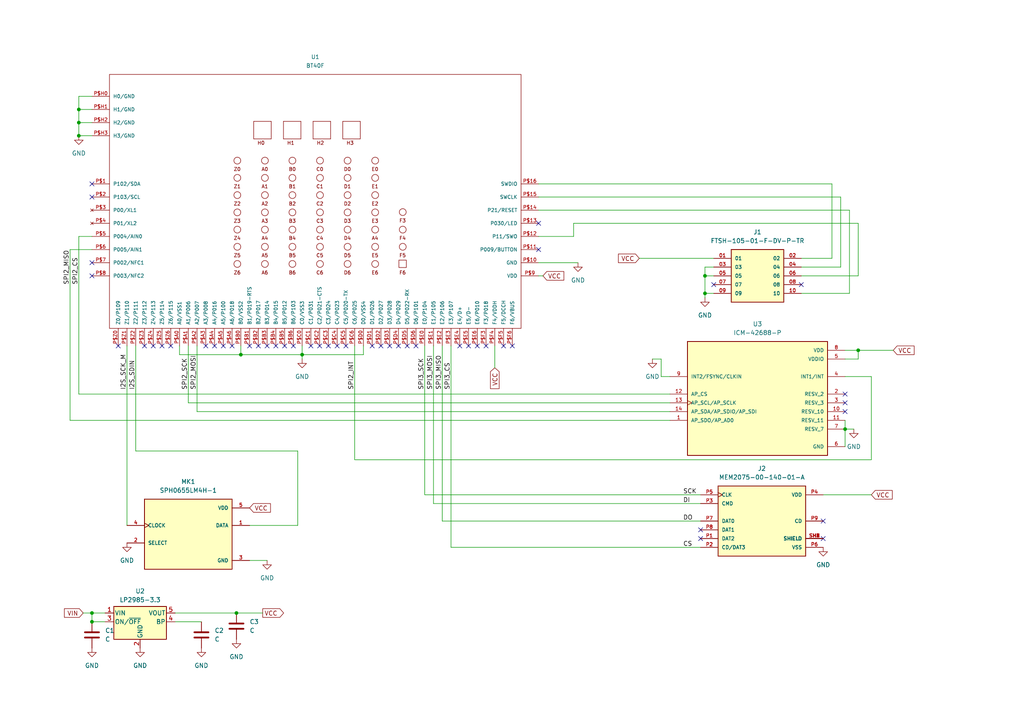
<source format=kicad_sch>
(kicad_sch (version 20230121) (generator eeschema)
  (paper "A4")
  (lib_symbols
    (symbol "Device:C" (pin_numbers hide) (pin_names (offset 0.254))
      (property "Reference" "C" (at 0.635 2.54 0))
      (property "Value" "C" (at 0.635 -2.54 0))
      (symbol "C_0_1"
        (polyline (pts (xy -2.032 -0.762) (xy 2.032 -0.762)) (stroke (width 0.508)))
        (polyline (pts (xy -2.032 0.762) (xy 2.032 0.762)) (stroke (width 0.508)))
      )
      (symbol "C_1_1"
        (pin passive line (at 0 3.81 270) (length 2.794) (name "~") (number "1"))
        (pin passive line (at 0 -3.81 90) (length 2.794) (name "~") (number "2"))
      )
    )
    (symbol "FTSH-105-01-F-DV-P-TR:FTSH-105-01-F-DV-P-TR" (pin_names (offset 1.016))
      (property "Reference" "J" (at -8.12 7.62 0))
      (property "Value" "FTSH-105-01-F-DV-P-TR" (at -7.62 -10.16 0))
      (symbol "FTSH-105-01-F-DV-P-TR_0_0"
        (rectangle (start -7.62 -7.62) (end 7.62 7.62) (stroke (width 0.254)) (fill (type background)))
        (pin passive line (at -12.7 5.08 0) (length 5.08) (name "01") (number "01"))
        (pin passive line (at 12.7 5.08 180) (length 5.08) (name "02") (number "02"))
        (pin passive line (at -12.7 2.54 0) (length 5.08) (name "03") (number "03"))
        (pin passive line (at 12.7 2.54 180) (length 5.08) (name "04") (number "04"))
        (pin passive line (at -12.7 0 0) (length 5.08) (name "05") (number "05"))
        (pin passive line (at 12.7 0 180) (length 5.08) (name "06") (number "06"))
        (pin passive line (at -12.7 -2.54 0) (length 5.08) (name "07") (number "07"))
        (pin passive line (at 12.7 -2.54 180) (length 5.08) (name "08") (number "08"))
        (pin passive line (at -12.7 -5.08 0) (length 5.08) (name "09") (number "09"))
        (pin passive line (at 12.7 -5.08 180) (length 5.08) (name "10") (number "10"))
      )
    )
    (symbol "Fanstel-modules:BT40F" (pin_names (offset 1.016))
      (property "Reference" "U" (at 0 48.26 0))
      (property "Value" "BT40F" (at 63.5 -27.94 0))
      (symbol "BT40F_0_1"
        (rectangle (start -57.15 46.99) (end 62.23 -26.67))
      )
      (symbol "BT40F_1_0"
        (polyline (pts (xy -15.3162 28.2956) (xy -15.3162 33.3756)))
        (polyline (pts (xy -15.3162 33.3756) (xy -10.2362 33.3756)))
        (polyline (pts (xy -10.2362 28.2956) (xy -15.3162 28.2956)))
        (polyline (pts (xy -10.2362 33.3756) (xy -10.2362 28.2956)))
        (polyline (pts (xy -6.6802 28.2956) (xy -6.6802 33.3756)))
        (polyline (pts (xy -6.6802 33.3756) (xy -1.6256 33.3756)))
        (polyline (pts (xy -1.6256 28.2956) (xy -6.6802 28.2956)))
        (polyline (pts (xy -1.6256 33.3756) (xy -1.6256 28.2956)))
        (polyline (pts (xy 1.905 28.2956) (xy 1.905 33.3756)))
        (polyline (pts (xy 1.905 33.3756) (xy 6.985 33.3756)))
        (polyline (pts (xy 6.985 28.2956) (xy 1.905 28.2956)))
        (polyline (pts (xy 6.985 33.3756) (xy 6.985 28.2956)))
        (polyline (pts (xy 10.5156 28.2956) (xy 10.5156 33.3756)))
        (polyline (pts (xy 10.5156 33.3756) (xy 15.5956 33.3756)))
        (polyline (pts (xy 15.5956 28.2956) (xy 10.5156 28.2956)))
        (polyline (pts (xy 15.5956 33.3756) (xy 15.5956 28.2956)))
        (text "A0" (at -12.0904 19.5072 0) (effects (font (size 1.016 1.016))))
        (text "A1" (at -12.0904 14.5034 0) (effects (font (size 1.016 1.016))))
        (text "A2" (at -12.0904 9.4996 0) (effects (font (size 1.016 1.016))))
        (text "A3" (at -12.0904 4.4958 0) (effects (font (size 1.016 1.016))))
        (text "A4" (at -12.0904 -0.4826 0) (effects (font (size 1.016 1.016))))
        (text "A4" (at 19.8628 -0.4826 0) (effects (font (size 1.016 1.016))))
        (text "A5" (at -12.0904 -5.4864 0) (effects (font (size 1.016 1.016))))
        (text "A6" (at -12.0904 -10.4902 0) (effects (font (size 1.016 1.016))))
        (text "B0" (at -4.1148 19.5072 0) (effects (font (size 1.016 1.016))))
        (text "B1" (at -4.1148 14.5034 0) (effects (font (size 1.016 1.016))))
        (text "B2" (at -4.1148 9.4996 0) (effects (font (size 1.016 1.016))))
        (text "B3" (at -4.1148 4.4958 0) (effects (font (size 1.016 1.016))))
        (text "B4" (at -4.1148 -0.4826 0) (effects (font (size 1.016 1.016))))
        (text "B5" (at -4.1148 -5.4864 0) (effects (font (size 1.016 1.016))))
        (text "B6" (at -4.1148 -10.4902 0) (effects (font (size 1.016 1.016))))
        (text "C0" (at 3.8608 19.5072 0) (effects (font (size 1.016 1.016))))
        (text "C1" (at 3.8608 14.5034 0) (effects (font (size 1.016 1.016))))
        (text "C2" (at 3.8608 9.4996 0) (effects (font (size 1.016 1.016))))
        (text "C3" (at 3.8608 4.4958 0) (effects (font (size 1.016 1.016))))
        (text "C4" (at 3.8608 -0.4826 0) (effects (font (size 1.016 1.016))))
        (text "C5" (at 3.8608 -5.4864 0) (effects (font (size 1.016 1.016))))
        (text "C6" (at 3.8608 -10.4902 0) (effects (font (size 1.016 1.016))))
        (text "D0" (at 11.8618 19.5072 0) (effects (font (size 1.016 1.016))))
        (text "D1" (at 11.8618 14.5034 0) (effects (font (size 1.016 1.016))))
        (text "D2" (at 11.8618 9.4996 0) (effects (font (size 1.016 1.016))))
        (text "D3" (at 11.8618 4.4958 0) (effects (font (size 1.016 1.016))))
        (text "D4" (at 11.8618 -0.4826 0) (effects (font (size 1.016 1.016))))
        (text "D5" (at 11.8618 -5.4864 0) (effects (font (size 1.016 1.016))))
        (text "D6" (at 11.8618 -10.4902 0) (effects (font (size 1.016 1.016))))
        (text "E0" (at 19.8628 19.5072 0) (effects (font (size 1.016 1.016))))
        (text "E1" (at 19.8628 14.5034 0) (effects (font (size 1.016 1.016))))
        (text "E2" (at 19.8628 9.4996 0) (effects (font (size 1.016 1.016))))
        (text "E3" (at 19.8628 4.4958 0) (effects (font (size 1.016 1.016))))
        (text "E5" (at 19.8628 -5.4864 0) (effects (font (size 1.016 1.016))))
        (text "E6" (at 19.8628 -10.4902 0) (effects (font (size 1.016 1.016))))
        (text "F4" (at 27.8638 -0.4826 0) (effects (font (size 1.016 1.016))))
        (text "F5" (at 27.8638 -5.4864 0) (effects (font (size 1.016 1.016))))
        (text "F6" (at 27.8638 -10.4902 0) (effects (font (size 1.016 1.016))))
        (text "H0" (at -13.1826 27.1272 0) (effects (font (size 1.016 1.016))))
        (text "H1" (at -4.572 27.1272 0) (effects (font (size 1.016 1.016))))
        (text "H2" (at 4.0386 27.1272 0) (effects (font (size 1.016 1.016))))
        (text "H3" (at 12.6492 27.1272 0) (effects (font (size 1.016 1.016))))
        (text "Z0" (at -20.0914 19.5072 0) (effects (font (size 1.016 1.016))))
        (text "Z1" (at -20.0914 14.5034 0) (effects (font (size 1.016 1.016))))
        (text "Z2" (at -20.0914 9.4996 0) (effects (font (size 1.016 1.016))))
        (text "Z3" (at -20.0914 4.4958 0) (effects (font (size 1.016 1.016))))
        (text "Z4" (at -20.0914 -0.4826 0) (effects (font (size 1.016 1.016))))
        (text "Z5" (at -20.0914 -5.4864 0) (effects (font (size 1.016 1.016))))
        (text "Z6" (at -20.0914 -10.4902 0) (effects (font (size 1.016 1.016))))
      )
      (symbol "BT40F_1_1"
        (circle (center -20.066 -7.9756) (radius 0.9906))
        (circle (center -20.066 -2.9972) (radius 0.9906))
        (circle (center -20.066 1.9812) (radius 0.9906))
        (circle (center -20.066 6.985) (radius 0.9906))
        (circle (center -20.066 11.9888) (radius 0.9906))
        (circle (center -20.066 16.9926) (radius 0.9906))
        (circle (center -20.066 21.9964) (radius 0.9906))
        (circle (center -12.065 -7.9756) (radius 0.9906))
        (circle (center -12.065 -2.9972) (radius 0.9906))
        (circle (center -12.065 1.9812) (radius 0.9906))
        (circle (center -12.065 6.985) (radius 0.9906))
        (circle (center -12.065 11.9888) (radius 0.9906))
        (circle (center -12.065 16.9926) (radius 0.9906))
        (circle (center -12.065 21.9964) (radius 0.9906))
        (circle (center -4.0894 -7.9756) (radius 0.9906))
        (circle (center -4.0894 -2.9972) (radius 0.9906))
        (circle (center -4.0894 1.9812) (radius 0.9906))
        (circle (center -4.0894 6.985) (radius 0.9906))
        (circle (center -4.0894 11.9888) (radius 0.9906))
        (circle (center -4.0894 16.9926) (radius 0.9906))
        (circle (center -4.0894 21.9964) (radius 0.9906))
        (circle (center 3.9116 -7.9756) (radius 0.9906))
        (circle (center 3.9116 -2.9972) (radius 0.9906))
        (circle (center 3.9116 1.9812) (radius 0.9906))
        (circle (center 3.9116 6.985) (radius 0.9906))
        (circle (center 3.9116 11.9888) (radius 0.9906))
        (circle (center 3.9116 16.9926) (radius 0.9906))
        (circle (center 3.9116 21.9964) (radius 0.9906))
        (circle (center 11.9126 -7.9756) (radius 0.9906))
        (circle (center 11.9126 -2.9972) (radius 0.9906))
        (circle (center 11.9126 1.9812) (radius 0.9906))
        (circle (center 11.9126 6.985) (radius 0.9906))
        (circle (center 11.9126 11.9888) (radius 0.9906))
        (circle (center 11.9126 16.9926) (radius 0.9906))
        (circle (center 11.9126 21.9964) (radius 0.9906))
        (circle (center 19.9136 -7.9756) (radius 0.9906))
        (circle (center 19.9136 -2.9972) (radius 0.9906))
        (circle (center 19.9136 1.9812) (radius 0.9906))
        (circle (center 19.9136 6.985) (radius 0.9906))
        (circle (center 19.9136 11.9888) (radius 0.9906))
        (circle (center 19.9136 16.9926) (radius 0.9906))
        (circle (center 19.9136 21.9964) (radius 0.9906))
        (rectangle (start 26.797 -6.858) (end 28.956 -9.017))
        (circle (center 27.9146 -2.9972) (radius 0.9906))
        (circle (center 27.9146 1.9812) (radius 0.9906))
        (circle (center 27.9146 7.0612) (radius 0.9906))
        (text "F3" (at 27.8638 4.5974 0) (effects (font (size 1.016 1.016))))
        (pin bidirectional line (at -62.23 15.24 0) (length 5.08) (name "P102/SDA") (number "P$1"))
        (pin bidirectional line (at 67.31 -7.62 180) (length 5.08) (name "GND") (number "P$10"))
        (pin bidirectional line (at 67.31 -3.81 180) (length 5.08) (name "P009/BUTTON") (number "P$11"))
        (pin bidirectional line (at 67.31 0 180) (length 5.08) (name "P11/SWO") (number "P$12"))
        (pin bidirectional line (at 67.31 3.81 180) (length 5.08) (name "P030/LED") (number "P$13"))
        (pin bidirectional line (at 67.31 7.62 180) (length 5.08) (name "P21/RESET") (number "P$14"))
        (pin bidirectional line (at 67.31 11.43 180) (length 5.08) (name "SWCLK") (number "P$15"))
        (pin bidirectional line (at 67.31 15.24 180) (length 5.08) (name "SWDIO") (number "P$16"))
        (pin bidirectional line (at -62.23 11.43 0) (length 5.08) (name "P103/SCL") (number "P$2"))
        (pin no_connect line (at -62.23 7.62 0) (length 5.08) (name "P00/XL1") (number "P$3"))
        (pin no_connect line (at -62.23 3.81 0) (length 5.08) (name "P01/XL2") (number "P$4"))
        (pin bidirectional line (at -62.23 0 0) (length 5.08) (name "P004/AIN0") (number "P$5"))
        (pin bidirectional line (at -62.23 -3.81 0) (length 5.08) (name "P005/AIN1") (number "P$6"))
        (pin bidirectional line (at -62.23 -7.62 0) (length 5.08) (name "P002/NFC1") (number "P$7"))
        (pin bidirectional line (at -62.23 -11.43 0) (length 5.08) (name "P003/NFC2") (number "P$8"))
        (pin bidirectional line (at 67.31 -11.43 180) (length 5.08) (name "VDD") (number "P$9"))
        (pin bidirectional line (at -36.83 -31.75 90) (length 5.08) (name "A0/VSS1") (number "P$A0"))
        (pin bidirectional line (at -34.29 -31.75 90) (length 5.08) (name "A1/P006") (number "P$A1"))
        (pin bidirectional line (at -31.75 -31.75 90) (length 5.08) (name "A2/P007") (number "P$A2"))
        (pin bidirectional line (at -29.21 -31.75 90) (length 5.08) (name "A3/P008") (number "P$A3"))
        (pin bidirectional line (at -26.67 -31.75 90) (length 5.08) (name "A4/P016") (number "P$A4"))
        (pin bidirectional line (at -24.13 -31.75 90) (length 5.08) (name "A5/P100") (number "P$A5"))
        (pin bidirectional line (at -21.59 -31.75 90) (length 5.08) (name "A6/P018") (number "P$A6"))
        (pin bidirectional line (at -19.05 -31.75 90) (length 5.08) (name "B0/VSS2") (number "P$B0"))
        (pin bidirectional line (at -16.51 -31.75 90) (length 5.08) (name "B1/P019-RTS") (number "P$B1"))
        (pin bidirectional line (at -13.97 -31.75 90) (length 5.08) (name "B2/P017") (number "P$B2"))
        (pin bidirectional line (at -11.43 -31.75 90) (length 5.08) (name "B3/P014") (number "P$B3"))
        (pin bidirectional line (at -8.89 -31.75 90) (length 5.08) (name "B4/P015") (number "P$B4"))
        (pin bidirectional line (at -6.35 -31.75 90) (length 5.08) (name "B5/P012") (number "P$B5"))
        (pin bidirectional line (at -3.81 -31.75 90) (length 5.08) (name "B6/P103") (number "P$B6"))
        (pin bidirectional line (at -1.27 -31.75 90) (length 5.08) (name "C0/VSS3") (number "P$C0"))
        (pin bidirectional line (at 1.27 -31.75 90) (length 5.08) (name "C1/P031") (number "P$C1"))
        (pin bidirectional line (at 3.81 -31.75 90) (length 5.08) (name "C2/P021-CTS") (number "P$C2"))
        (pin bidirectional line (at 6.35 -31.75 90) (length 5.08) (name "C3/P024") (number "P$C3"))
        (pin bidirectional line (at 8.89 -31.75 90) (length 5.08) (name "C4/P023") (number "P$C4"))
        (pin bidirectional line (at 11.43 -31.75 90) (length 5.08) (name "C5/P020-TX") (number "P$C5"))
        (pin bidirectional line (at 13.97 -31.75 90) (length 5.08) (name "C6/P025") (number "P$C6"))
        (pin bidirectional line (at 16.51 -31.75 90) (length 5.08) (name "D0/VSS4") (number "P$D0"))
        (pin bidirectional line (at 19.05 -31.75 90) (length 5.08) (name "D1/P026") (number "P$D1"))
        (pin bidirectional line (at 21.59 -31.75 90) (length 5.08) (name "D2/P027") (number "P$D2"))
        (pin bidirectional line (at 24.13 -31.75 90) (length 5.08) (name "D3/P028") (number "P$D3"))
        (pin bidirectional line (at 26.67 -31.75 90) (length 5.08) (name "D4/P029") (number "P$D4"))
        (pin bidirectional line (at 29.21 -31.75 90) (length 5.08) (name "D5/P022-RX") (number "P$D5"))
        (pin bidirectional line (at 31.75 -31.75 90) (length 5.08) (name "D6/P101") (number "P$D6"))
        (pin bidirectional line (at 34.29 -31.75 90) (length 5.08) (name "E0/P104") (number "P$E0"))
        (pin bidirectional line (at 36.83 -31.75 90) (length 5.08) (name "E1/P105") (number "P$E1"))
        (pin bidirectional line (at 39.37 -31.75 90) (length 5.08) (name "E2/P106") (number "P$E2"))
        (pin bidirectional line (at 41.91 -31.75 90) (length 5.08) (name "E3/P107") (number "P$E3"))
        (pin bidirectional line (at 44.45 -31.75 90) (length 5.08) (name "E4/D+") (number "P$E4"))
        (pin bidirectional line (at 46.99 -31.75 90) (length 5.08) (name "E5/D-") (number "P$E5"))
        (pin bidirectional line (at 49.53 -31.75 90) (length 5.08) (name "E6/P010") (number "P$E6"))
        (pin bidirectional line (at 52.07 -31.75 90) (length 5.08) (name "F3/P018") (number "P$F3"))
        (pin bidirectional line (at 54.61 -31.75 90) (length 5.08) (name "F4/VDDH") (number "P$F4"))
        (pin bidirectional line (at 57.15 -31.75 90) (length 5.08) (name "F5/DCCH") (number "P$F5"))
        (pin bidirectional line (at 59.69 -31.75 90) (length 5.08) (name "F6/VBUS") (number "P$F6"))
        (pin bidirectional line (at -62.23 40.64 0) (length 5.08) (name "H0/GND") (number "P$H0"))
        (pin bidirectional line (at -62.23 36.83 0) (length 5.08) (name "H1/GND") (number "P$H1"))
        (pin bidirectional line (at -62.23 33.02 0) (length 5.08) (name "H2/GND") (number "P$H2"))
        (pin bidirectional line (at -62.23 29.21 0) (length 5.08) (name "H3/GND") (number "P$H3"))
        (pin bidirectional line (at -54.61 -31.75 90) (length 5.08) (name "Z0/P109") (number "P$Z0"))
        (pin bidirectional line (at -52.07 -31.75 90) (length 5.08) (name "Z1/P110") (number "P$Z1"))
        (pin bidirectional line (at -49.53 -31.75 90) (length 5.08) (name "Z2/P111") (number "P$Z2"))
        (pin bidirectional line (at -46.99 -31.75 90) (length 5.08) (name "Z3/P112") (number "P$Z3"))
        (pin bidirectional line (at -44.45 -31.75 90) (length 5.08) (name "Z4/P113") (number "P$Z4"))
        (pin bidirectional line (at -41.91 -31.75 90) (length 5.08) (name "Z5/P114") (number "P$Z5"))
        (pin bidirectional line (at -39.37 -31.75 90) (length 5.08) (name "Z6/P115") (number "P$Z6"))
      )
    )
    (symbol "ICM-42688-P:ICM-42688-P" (pin_names (offset 1.016))
      (property "Reference" "U" (at -20.32 16.002 0))
      (property "Value" "ICM-42688-P" (at -20.32 -20.32 0))
      (symbol "ICM-42688-P_0_0"
        (rectangle (start -20.32 -17.78) (end 20.32 15.24) (stroke (width 0.254)) (fill (type background)))
        (pin bidirectional line (at -25.4 -7.62 0) (length 5.08) (name "AP_SDO/AP_AD0") (number "1"))
        (pin passive line (at 25.4 -5.08 180) (length 5.08) (name "RESV_10") (number "10"))
        (pin passive line (at 25.4 -7.62 180) (length 5.08) (name "RESV_11") (number "11"))
        (pin input line (at -25.4 0 0) (length 5.08) (name "AP_CS") (number "12"))
        (pin input clock (at -25.4 -2.54 0) (length 5.08) (name "AP_SCL/AP_SCLK") (number "13"))
        (pin bidirectional line (at -25.4 -5.08 0) (length 5.08) (name "AP_SDA/AP_SDIO/AP_SDI") (number "14"))
        (pin passive line (at 25.4 0 180) (length 5.08) (name "RESV_2") (number "2"))
        (pin passive line (at 25.4 -2.54 180) (length 5.08) (name "RESV_3") (number "3"))
        (pin output line (at 25.4 5.08 180) (length 5.08) (name "INT1/INT") (number "4"))
        (pin power_in line (at 25.4 10.16 180) (length 5.08) (name "VDDIO") (number "5"))
        (pin power_in line (at 25.4 -15.24 180) (length 5.08) (name "GND") (number "6"))
        (pin passive line (at 25.4 -10.16 180) (length 5.08) (name "RESV_7") (number "7"))
        (pin power_in line (at 25.4 12.7 180) (length 5.08) (name "VDD") (number "8"))
        (pin bidirectional line (at -25.4 5.08 0) (length 5.08) (name "INT2/FSYNC/CLKIN") (number "9"))
      )
    )
    (symbol "MEM2075-00-140-01-A:MEM2075-00-140-01-A" (pin_names (offset 1.016))
      (property "Reference" "J" (at -12.7 10.795 0))
      (property "Value" "MEM2075-00-140-01-A" (at -12.7 -12.7 0))
      (symbol "MEM2075-00-140-01-A_0_0"
        (rectangle (start -12.7 -10.16) (end 12.7 10.16) (stroke (width 0.254)) (fill (type background)))
        (pin bidirectional line (at -17.78 -5.08 0) (length 5.08) (name "DAT2") (number "P1"))
        (pin bidirectional line (at -17.78 -7.62 0) (length 5.08) (name "CD/DAT3") (number "P2"))
        (pin bidirectional line (at -17.78 5.08 0) (length 5.08) (name "CMD") (number "P3"))
        (pin power_in line (at 17.78 7.62 180) (length 5.08) (name "VDD") (number "P4"))
        (pin bidirectional clock (at -17.78 7.62 0) (length 5.08) (name "CLK") (number "P5"))
        (pin power_in line (at 17.78 -7.62 180) (length 5.08) (name "VSS") (number "P6"))
        (pin bidirectional line (at -17.78 0 0) (length 5.08) (name "DAT0") (number "P7"))
        (pin bidirectional line (at -17.78 -2.54 0) (length 5.08) (name "DAT1") (number "P8"))
        (pin passive line (at 17.78 0 180) (length 5.08) (name "CD") (number "P9"))
        (pin power_in line (at 17.78 -5.08 180) (length 5.08) (name "SHIELD") (number "SH1"))
        (pin power_in line (at 17.78 -5.08 180) (length 5.08) (name "SHIELD") (number "SH2"))
        (pin power_in line (at 17.78 -5.08 180) (length 5.08) (name "SHIELD") (number "SH3"))
        (pin power_in line (at 17.78 -5.08 180) (length 5.08) (name "SHIELD") (number "SH4"))
      )
    )
    (symbol "Regulator_Linear:LP2985-3.3" (pin_names (offset 0.254))
      (property "Reference" "U" (at -6.35 5.715 0))
      (property "Value" "LP2985-3.3" (at 0 5.715 0))
      (symbol "LP2985-3.3_0_1"
        (rectangle (start -7.62 -5.08) (end 7.62 4.445) (stroke (width 0.254)) (fill (type background)))
      )
      (symbol "LP2985-3.3_1_1"
        (pin power_in line (at -10.16 2.54 0) (length 2.54) (name "VIN") (number "1"))
        (pin power_in line (at 0 -7.62 90) (length 2.54) (name "GND") (number "2"))
        (pin input line (at -10.16 0 0) (length 2.54) (name "ON/~{OFF}") (number "3"))
        (pin input line (at 10.16 0 180) (length 2.54) (name "BP") (number "4"))
        (pin power_out line (at 10.16 2.54 180) (length 2.54) (name "VOUT") (number "5"))
      )
    )
    (symbol "SPH0655LM4H-1:SPH0655LM4H-1" (pin_names (offset 1.016))
      (property "Reference" "MK" (at -12.7 10.795 0))
      (property "Value" "SPH0655LM4H-1" (at -12.7 -12.7 0))
      (symbol "SPH0655LM4H-1_0_0"
        (rectangle (start -12.7 -10.16) (end 12.7 10.16) (stroke (width 0.254)) (fill (type background)))
        (pin output line (at 17.78 2.54 180) (length 5.08) (name "DATA") (number "1"))
        (pin input line (at -17.78 -2.54 0) (length 5.08) (name "SELECT") (number "2"))
        (pin power_in line (at 17.78 -7.62 180) (length 5.08) (name "GND") (number "3"))
        (pin input clock (at -17.78 2.54 0) (length 5.08) (name "CLOCK") (number "4"))
        (pin power_in line (at 17.78 7.62 180) (length 5.08) (name "VDD") (number "5"))
      )
    )
    (symbol "power:GND" (power) (pin_names (offset 0))
      (property "Value" "GND" (at 0 -3.81 0))
      (symbol "GND_0_1"
        (polyline (pts (xy 0 0) (xy 0 -1.27) (xy 1.27 -1.27) (xy 0 -2.54) (xy -1.27 -1.27) (xy 0 -1.27)))
      )
      (symbol "GND_1_1"
        (pin power_in line (at 0 0 270) (length 0) hide (name "GND") (number "1"))
      )
    )
  )
  (junction (at 26.67 177.8))
  (junction (at 22.86 39.37))
  (junction (at 26.67 180.34))
  (junction (at 69.85 102.87))
  (junction (at 87.63 102.87))
  (junction (at 204.47 80.01))
  (junction (at 248.92 101.6))
  (junction (at 245.11 124.46))
  (junction (at 22.86 35.56))
  (junction (at 204.47 85.09))
  (junction (at 68.58 177.8))
  (junction (at 22.86 31.75))
  (no_connect (at 133.35 100.33))
  (no_connect (at 26.67 53.34))
  (no_connect (at 77.47 100.33))
  (no_connect (at 120.65 100.33))
  (no_connect (at 74.93 100.33))
  (no_connect (at 245.11 114.3))
  (no_connect (at 34.29 100.33))
  (no_connect (at 26.67 57.15))
  (no_connect (at 146.05 100.33))
  (no_connect (at 92.71 100.33))
  (no_connect (at 238.76 156.21))
  (no_connect (at 140.97 100.33))
  (no_connect (at 115.57 100.33))
  (no_connect (at 156.21 64.77))
  (no_connect (at 100.33 100.33))
  (no_connect (at 80.01 100.33))
  (no_connect (at 238.76 151.13))
  (no_connect (at 85.09 100.33))
  (no_connect (at 107.95 100.33))
  (no_connect (at 148.59 100.33))
  (no_connect (at 95.25 100.33))
  (no_connect (at 97.79 100.33))
  (no_connect (at 90.17 100.33))
  (no_connect (at 232.41 82.55))
  (no_connect (at 49.53 100.33))
  (no_connect (at 62.23 100.33))
  (no_connect (at 59.69 100.33))
  (no_connect (at 26.67 76.2))
  (no_connect (at 67.31 100.33))
  (no_connect (at 245.11 116.84))
  (no_connect (at 207.01 82.55))
  (no_connect (at 44.45 100.33))
  (no_connect (at 110.49 100.33))
  (no_connect (at 113.03 100.33))
  (no_connect (at 156.21 72.39))
  (no_connect (at 245.11 119.38))
  (no_connect (at 203.2 153.67))
  (no_connect (at 118.11 100.33))
  (no_connect (at 138.43 100.33))
  (no_connect (at 72.39 100.33))
  (no_connect (at 64.77 100.33))
  (no_connect (at 203.2 156.21))
  (no_connect (at 41.91 100.33))
  (no_connect (at 46.99 100.33))
  (no_connect (at 135.89 100.33))
  (no_connect (at 82.55 100.33))
  (no_connect (at 26.67 80.01))
  (wire (pts (xy 194.31 116.84) (xy 54.61 116.84)))
  (wire (pts (xy 24.13 177.8) (xy 26.67 177.8)))
  (wire (pts (xy 26.67 177.8) (xy 30.48 177.8)))
  (wire (pts (xy 86.36 130.81) (xy 86.36 152.4)))
  (wire (pts (xy 50.8 180.34) (xy 58.42 180.34)))
  (wire (pts (xy 26.67 180.34) (xy 30.48 180.34)))
  (wire (pts (xy 157.48 80.01) (xy 156.21 80.01)))
  (wire (pts (xy 156.21 60.96) (xy 246.38 60.96)))
  (wire (pts (xy 204.47 80.01) (xy 204.47 85.09)))
  (wire (pts (xy 243.84 57.15) (xy 243.84 77.47)))
  (wire (pts (xy 252.73 133.35) (xy 102.87 133.35)))
  (wire (pts (xy 72.39 162.56) (xy 77.47 162.56)))
  (wire (pts (xy 52.07 102.87) (xy 52.07 100.33)))
  (wire (pts (xy 22.86 27.94) (xy 22.86 31.75)))
  (wire (pts (xy 189.23 104.14) (xy 191.77 104.14)))
  (wire (pts (xy 102.87 133.35) (xy 102.87 100.33)))
  (wire (pts (xy 26.67 35.56) (xy 22.86 35.56)))
  (wire (pts (xy 20.32 72.39) (xy 26.67 72.39)))
  (wire (pts (xy 130.81 100.33) (xy 130.81 158.75)))
  (wire (pts (xy 125.73 100.33) (xy 125.73 146.05)))
  (wire (pts (xy 54.61 116.84) (xy 54.61 100.33)))
  (wire (pts (xy 166.37 64.77) (xy 248.92 64.77)))
  (wire (pts (xy 105.41 100.33) (xy 105.41 102.87)))
  (wire (pts (xy 26.67 27.94) (xy 22.86 27.94)))
  (wire (pts (xy 245.11 124.46) (xy 247.65 124.46)))
  (wire (pts (xy 76.2 177.8) (xy 68.58 177.8)))
  (wire (pts (xy 123.19 100.33) (xy 123.19 143.51)))
  (wire (pts (xy 248.92 101.6) (xy 259.08 101.6)))
  (wire (pts (xy 185.42 74.93) (xy 207.01 74.93)))
  (wire (pts (xy 156.21 53.34) (xy 241.3 53.34)))
  (wire (pts (xy 194.31 114.3) (xy 22.86 114.3)))
  (wire (pts (xy 232.41 85.09) (xy 246.38 85.09)))
  (wire (pts (xy 156.21 57.15) (xy 243.84 57.15)))
  (wire (pts (xy 245.11 121.92) (xy 245.11 124.46)))
  (wire (pts (xy 69.85 102.87) (xy 69.85 100.33)))
  (wire (pts (xy 246.38 60.96) (xy 246.38 85.09)))
  (wire (pts (xy 167.64 76.2) (xy 156.21 76.2)))
  (wire (pts (xy 245.11 124.46) (xy 245.11 129.54)))
  (wire (pts (xy 143.51 106.68) (xy 143.51 100.33)))
  (wire (pts (xy 204.47 77.47) (xy 204.47 80.01)))
  (wire (pts (xy 130.81 158.75) (xy 203.2 158.75)))
  (wire (pts (xy 125.73 146.05) (xy 203.2 146.05)))
  (wire (pts (xy 22.86 35.56) (xy 22.86 39.37)))
  (wire (pts (xy 87.63 100.33) (xy 87.63 102.87)))
  (wire (pts (xy 238.76 143.51) (xy 252.73 143.51)))
  (wire (pts (xy 241.3 74.93) (xy 232.41 74.93)))
  (wire (pts (xy 191.77 104.14) (xy 191.77 109.22)))
  (wire (pts (xy 22.86 31.75) (xy 22.86 35.56)))
  (wire (pts (xy 87.63 102.87) (xy 105.41 102.87)))
  (wire (pts (xy 128.27 151.13) (xy 128.27 100.33)))
  (wire (pts (xy 207.01 77.47) (xy 204.47 77.47)))
  (wire (pts (xy 87.63 102.87) (xy 69.85 102.87)))
  (wire (pts (xy 248.92 101.6) (xy 245.11 101.6)))
  (wire (pts (xy 245.11 104.14) (xy 248.92 104.14)))
  (wire (pts (xy 26.67 177.8) (xy 26.67 180.34)))
  (wire (pts (xy 156.21 68.58) (xy 166.37 68.58)))
  (wire (pts (xy 166.37 68.58) (xy 166.37 64.77)))
  (wire (pts (xy 204.47 85.09) (xy 204.47 86.36)))
  (wire (pts (xy 194.31 121.92) (xy 20.32 121.92)))
  (wire (pts (xy 245.11 109.22) (xy 252.73 109.22)))
  (wire (pts (xy 57.15 119.38) (xy 57.15 100.33)))
  (wire (pts (xy 194.31 119.38) (xy 57.15 119.38)))
  (wire (pts (xy 22.86 39.37) (xy 26.67 39.37)))
  (wire (pts (xy 248.92 80.01) (xy 232.41 80.01)))
  (wire (pts (xy 191.77 109.22) (xy 194.31 109.22)))
  (wire (pts (xy 252.73 109.22) (xy 252.73 133.35)))
  (wire (pts (xy 39.37 100.33) (xy 39.37 130.81)))
  (wire (pts (xy 203.2 151.13) (xy 128.27 151.13)))
  (wire (pts (xy 241.3 53.34) (xy 241.3 74.93)))
  (wire (pts (xy 22.86 114.3) (xy 22.86 68.58)))
  (wire (pts (xy 248.92 104.14) (xy 248.92 101.6)))
  (wire (pts (xy 248.92 64.77) (xy 248.92 80.01)))
  (wire (pts (xy 87.63 104.14) (xy 87.63 102.87)))
  (wire (pts (xy 204.47 85.09) (xy 207.01 85.09)))
  (wire (pts (xy 52.07 102.87) (xy 69.85 102.87)))
  (wire (pts (xy 243.84 77.47) (xy 232.41 77.47)))
  (wire (pts (xy 39.37 130.81) (xy 86.36 130.81)))
  (wire (pts (xy 26.67 31.75) (xy 22.86 31.75)))
  (wire (pts (xy 36.83 100.33) (xy 36.83 152.4)))
  (wire (pts (xy 50.8 177.8) (xy 68.58 177.8)))
  (wire (pts (xy 72.39 152.4) (xy 86.36 152.4)))
  (wire (pts (xy 207.01 80.01) (xy 204.47 80.01)))
  (wire (pts (xy 20.32 121.92) (xy 20.32 72.39)))
  (wire (pts (xy 22.86 68.58) (xy 26.67 68.58)))
  (wire (pts (xy 203.2 143.51) (xy 123.19 143.51)))
  (label "DI" (at 198.12 146.05 0))
  (label "I2S_SCK_M" (at 36.83 113.03 90))
  (label "SPI2_INT" (at 102.87 113.03 90))
  (label "SPI3_MOSI" (at 125.73 113.03 90))
  (label "SPI2_SCK" (at 54.61 113.03 90))
  (label "SPI2_CS" (at 22.86 82.55 90))
  (label "SPI3_CS" (at 130.81 113.03 90))
  (label "I2S_SDIN" (at 39.37 113.03 90))
  (label "SPI3_SCK" (at 123.19 113.03 90))
  (label "CS" (at 198.12 158.75 0))
  (label "DO" (at 198.12 151.13 0))
  (label "SPI2_MISO" (at 20.32 82.55 90))
  (label "SCK" (at 198.12 143.51 0))
  (label "SPI3_MISO" (at 128.27 113.03 90))
  (label "SPI2_MOSI" (at 57.15 113.03 90))
  (global_label "VCC" (shape input) (at 143.51 106.68 270) (property "Intersheetrefs" "${INTERSHEET_REFS}" (effects hide)))
  (global_label "VCC" (shape output) (at 76.2 177.8 0) (property "Intersheetrefs" "${INTERSHEET_REFS}" (effects hide)))
  (global_label "VIN" (shape input) (at 24.13 177.8 180) (property "Intersheetrefs" "${INTERSHEET_REFS}" (effects hide)))
  (global_label "VCC" (shape input) (at 72.39 147.32 0) (property "Intersheetrefs" "${INTERSHEET_REFS}" (effects hide)))
  (global_label "VCC" (shape input) (at 252.73 143.51 0) (property "Intersheetrefs" "${INTERSHEET_REFS}" (effects hide)))
  (global_label "VCC" (shape input) (at 185.42 74.93 180) (property "Intersheetrefs" "${INTERSHEET_REFS}" (effects hide)))
  (global_label "VCC" (shape input) (at 157.48 80.01 0) (property "Intersheetrefs" "${INTERSHEET_REFS}" (effects hide)))
  (global_label "VCC" (shape input) (at 259.08 101.6 0) (property "Intersheetrefs" "${INTERSHEET_REFS}" (effects hide)))
  (symbol (lib_id "Fanstel-modules:BT40F") (at 88.9 68.58 0) (unit 1)
    (property "Reference" "U1" (at 91.44 16.51 0) (effects (font (size 1.143 1.143))))
    (property "Value" "BT40F" (at 91.44 19.05 0) (effects (font (size 1.143 1.143))))
    (property "Footprint" "Fanstel_modules:BT40F" (effects hide))
  )
  (symbol (lib_id "power:GND") (at 247.65 124.46 0) (unit 1)
    (property "Reference" "#PWR09" (effects hide))
    (property "Value" "GND" (at 247.65 129.54 0))
  )
  (symbol (lib_id "power:GND") (at 189.23 104.14 0) (unit 1)
    (property "Reference" "#PWR010" (effects hide))
    (property "Value" "GND" (at 189.23 109.22 0))
  )
  (symbol (lib_id "SPH0655LM4H-1:SPH0655LM4H-1") (at 54.61 154.94 0) (unit 1)
    (property "Reference" "MK1" (at 54.61 139.7 0))
    (property "Value" "SPH0655LM4H-1" (at 54.61 142.24 0))
    (property "Footprint" "SPH0655LM4H-1:MIC_SPH0655LM4H-1" (effects hide))
    (property "MF" "Knowles" (effects hide))
    (property "MAXIMUM_PACKAGE_HEIGHT" "1.08 mm" (effects hide))
    (property "Package" "Knowles" (effects hide))
    (property "Price" "None" (effects hide))
    (property "Check_prices" "https://www.snapeda.com/parts/SPH0655LM4H-1/Knowles/view-part/?ref=eda" (effects hide))
    (property "STANDARD" "Manufacturer Recommendations" (effects hide))
    (property "PARTREV" "C" (effects hide))
    (property "SnapEDA_Link" "https://www.snapeda.com/parts/SPH0655LM4H-1/Knowles/view-part/?ref=snap" (effects hide))
    (property "MP" "SPH0655LM4H-1" (effects hide))
    (property "Purchase-URL" "https://pricing.snapeda.com/search?q=SPH0655LM4H-1&ref=eda" (effects hide))
    (property "Description" "\nDigital, PDM Microphone MEMS (Silicon) Omnidirectional (-37dB ±1dB @ 94dB SPL) Solder Pads\n" (effects hide))
    (property "Availability" "In Stock" (effects hide))
    (property "MANUFACTURER" "Knowles" (effects hide))
  )
  (symbol (lib_id "power:GND") (at 87.63 104.14 0) (unit 1)
    (property "Reference" "#PWR07" (effects hide))
    (property "Value" "GND" (at 87.63 109.22 0))
  )
  (symbol (lib_id "power:GND") (at 238.76 158.75 0) (unit 1)
    (property "Reference" "#PWR017" (effects hide))
    (property "Value" "GND" (at 238.76 163.83 0))
  )
  (symbol (lib_id "Device:C") (at 68.58 181.61 0) (unit 1)
    (property "Reference" "C3" (at 72.39 180.34 0) (effects (justify left)))
    (property "Value" "C" (at 72.39 182.88 0) (effects (justify left)))
    (property "Footprint" "Capacitor_SMD:C_0603_1608Metric" (effects hide))
  )
  (symbol (lib_id "power:GND") (at 22.86 39.37 0) (unit 1)
    (property "Reference" "#PWR05" (effects hide))
    (property "Value" "GND" (at 22.86 44.45 0))
  )
  (symbol (lib_id "power:GND") (at 36.83 157.48 0) (unit 1)
    (property "Reference" "#PWR014" (effects hide))
    (property "Value" "GND" (at 36.83 162.56 0))
  )
  (symbol (lib_id "power:GND") (at 58.42 187.96 0) (unit 1)
    (property "Reference" "#PWR03" (effects hide))
    (property "Value" "GND" (at 58.42 193.04 0))
  )
  (symbol (lib_id "power:GND") (at 204.47 86.36 0) (unit 1)
    (property "Reference" "#PWR015" (effects hide))
    (property "Value" "GND" (at 204.47 91.44 0))
  )
  (symbol (lib_id "FTSH-105-01-F-DV-P-TR:FTSH-105-01-F-DV-P-TR") (at 219.71 80.01 0) (unit 1)
    (property "Reference" "J1" (at 219.71 67.31 0))
    (property "Value" "FTSH-105-01-F-DV-P-TR" (at 219.71 69.85 0))
    (property "Footprint" "FTSH-105-01-F-DV-P-TR:SAMTEC_FTSH-105-01-F-DV-P-TR" (effects hide))
    (property "MF" "Samtec" (effects hide))
    (property "Description" "\nConnector Header Surface Mount 10 position 0.050 (1.27mm)\n" (effects hide))
    (property "Package" "None" (effects hide))
    (property "Price" "None" (effects hide))
    (property "Check_prices" "https://www.snapeda.com/parts/FTSH-105-01-F-DV-K-P-TR/Samtec+Inc./view-part/?ref=eda" (effects hide))
    (property "STANDARD" "Manufacturer Recommendations" (effects hide))
    (property "PARTREV" "R" (effects hide))
    (property "SnapEDA_Link" "https://www.snapeda.com/parts/FTSH-105-01-F-DV-K-P-TR/Samtec+Inc./view-part/?ref=snap" (effects hide))
    (property "MP" "FTSH-105-01-F-DV-K-P-TR" (effects hide))
    (property "Purchase-URL" "https://pricing.snapeda.com/search?q=FTSH-105-01-F-DV-K-P-TR&ref=eda" (effects hide))
    (property "Availability" "In Stock" (effects hide))
    (property "MANUFACTURER" "Samtec" (effects hide))
  )
  (symbol (lib_id "power:GND") (at 26.67 187.96 0) (unit 1)
    (property "Reference" "#PWR01" (effects hide))
    (property "Value" "GND" (at 26.67 193.04 0))
  )
  (symbol (lib_id "power:GND") (at 167.64 76.2 0) (unit 1)
    (property "Reference" "#PWR06" (effects hide))
    (property "Value" "GND" (at 167.64 81.28 0))
  )
  (symbol (lib_id "Device:C") (at 58.42 184.15 0) (unit 1)
    (property "Reference" "C2" (at 62.23 182.88 0) (effects (justify left)))
    (property "Value" "C" (at 62.23 185.42 0) (effects (justify left)))
    (property "Footprint" "Capacitor_SMD:C_0603_1608Metric" (effects hide))
  )
  (symbol (lib_id "MEM2075-00-140-01-A:MEM2075-00-140-01-A") (at 220.98 151.13 0) (unit 1)
    (property "Reference" "J2" (at 220.98 135.89 0))
    (property "Value" "MEM2075-00-140-01-A" (at 220.98 138.43 0))
    (property "Footprint" "MEM2075-00-140-01-A:GCT_MEM2075-00-140-01-A" (effects hide))
    (property "MF" "Global Connector Technology" (effects hide))
    (property "Description" "\n9 (8 + 1) Position Card Connector microSD Surface Mount, Right Angle Gold\n" (effects hide))
    (property "Package" "None" (effects hide))
    (property "Price" "None" (effects hide))
    (property "Check_prices" "https://www.snapeda.com/parts/MEM2075-00-140-01-A/Global+Connector+Technology/view-part/?ref=eda" (effects hide))
    (property "STANDARD" "Manufacturer recommendations" (effects hide))
    (property "PARTREV" "A" (effects hide))
    (property "SnapEDA_Link" "https://www.snapeda.com/parts/MEM2075-00-140-01-A/Global+Connector+Technology/view-part/?ref=snap" (effects hide))
    (property "MP" "MEM2075-00-140-01-A" (effects hide))
    (property "Availability" "In Stock" (effects hide))
    (property "MANUFACTURER" "GCT" (effects hide))
  )
  (symbol (lib_id "power:GND") (at 68.58 185.42 0) (unit 1)
    (property "Reference" "#PWR04" (effects hide))
    (property "Value" "GND" (at 68.58 190.5 0))
  )
  (symbol (lib_id "power:GND") (at 77.47 162.56 0) (unit 1)
    (property "Reference" "#PWR012" (effects hide))
    (property "Value" "GND" (at 77.47 167.64 0))
  )
  (symbol (lib_id "Device:C") (at 26.67 184.15 0) (unit 1)
    (property "Reference" "C1" (at 30.48 182.88 0) (effects (justify left)))
    (property "Value" "C" (at 30.48 185.42 0) (effects (justify left)))
    (property "Footprint" "Capacitor_SMD:C_0603_1608Metric" (effects hide))
  )
  (symbol (lib_id "ICM-42688-P:ICM-42688-P") (at 219.71 114.3 0) (unit 1)
    (property "Reference" "U3" (at 219.71 93.98 0))
    (property "Value" "ICM-42688-P" (at 219.71 96.52 0))
    (property "Footprint" "ICM-42688-P:PQFN50P300X250X97-14N" (effects hide))
    (property "MF" "TDK InvenSense" (effects hide))
    (property "MAXIMUM_PACKAGE_HEIGHT" "0.97mm" (effects hide))
    (property "Package" "LGA-14 TDK InvenSense" (effects hide))
    (property "Price" "None" (effects hide))
    (property "Check_prices" "https://www.snapeda.com/parts/ICM-42688-P/TDK+InvenSense/view-part/?ref=eda" (effects hide))
    (property "STANDARD" "IPC-7351B" (effects hide))
    (property "PARTREV" "1.2" (effects hide))
    (property "SnapEDA_Link" "https://www.snapeda.com/parts/ICM-42688-P/TDK+InvenSense/view-part/?ref=snap" (effects hide))
    (property "MP" "ICM-42688-P" (effects hide))
    (property "Purchase-URL" "https://pricing.snapeda.com/search?q=ICM-42688-P&ref=eda" (effects hide))
    (property "Description" "\nAccelerometer, Gyroscope, 6 Axis Sensor - Output\n" (effects hide))
    (property "Availability" "In Stock" (effects hide))
    (property "MANUFACTURER" "TDK InvenSense" (effects hide))
  )
  (symbol (lib_id "power:GND") (at 40.64 187.96 0) (unit 1)
    (property "Reference" "#PWR02" (effects hide))
    (property "Value" "GND" (at 40.64 193.04 0))
  )
  (symbol (lib_id "Regulator_Linear:LP2985-3.3") (at 40.64 180.34 0) (unit 1)
    (property "Reference" "U2" (at 40.64 171.45 0))
    (property "Value" "LP2985-3.3" (at 40.64 173.99 0))
    (property "Footprint" "Package_TO_SOT_SMD:SOT-23-5" (effects hide))
    (property "Datasheet" "http://www.ti.com/lit/ds/symlink/lp2985.pdf" (effects hide))
  )
)
</source>
